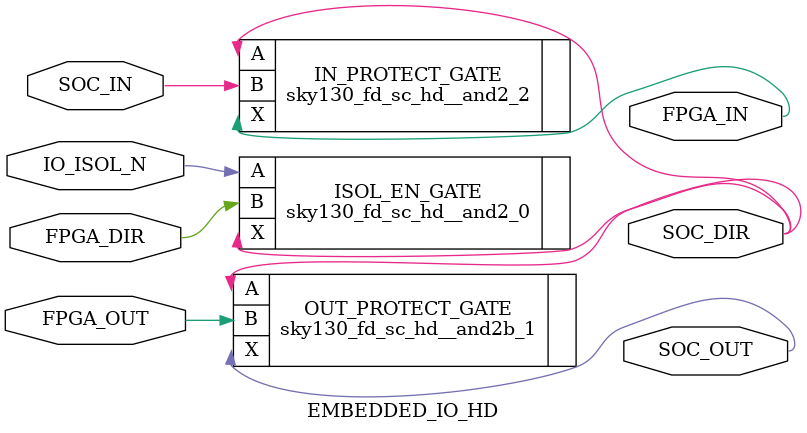
<source format=v>
`timescale 1ns/1ps

module EMBEDDED_IO_HD (
  input SOC_IN,   // Input to drive the inpad signal
  output SOC_OUT, // Output the outpad signal
  output SOC_DIR, // Output the directionality
  output FPGA_IN, // Input data to FPGA
  input FPGA_OUT, // Output data from FPGA
  input FPGA_DIR, // direction control 
  input IO_ISOL_N    // Isolation enable signal
);

  sky130_fd_sc_hd__and2_0 ISOL_EN_GATE (.A(IO_ISOL_N),
                                        .B(FPGA_DIR),
                                        .X(SOC_DIR)
                                       );
  
  // Use drive-strength 2 for a high fan-out from global routing architecture
  sky130_fd_sc_hd__and2_2 IN_PROTECT_GATE (.A(SOC_DIR),
                                           .B(SOC_IN),
                                           .X(FPGA_IN)
                                          );

  // Use drive-strength 1 for a potential high fan-out from SoC components
  sky130_fd_sc_hd__and2b_1 OUT_PROTECT_GATE (.A(SOC_DIR),
                                             .B(FPGA_OUT),
                                             .X(SOC_OUT)
                                            );

endmodule


</source>
